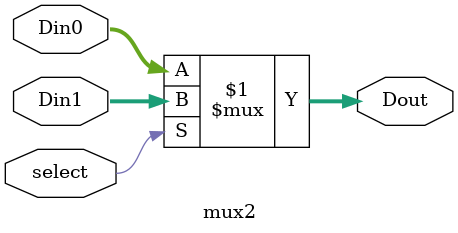
<source format=sv>
module mux2 #(DATA_WIDTH=32)(input logic signed [DATA_WIDTH-1:0] Din0,
									  input logic signed [DATA_WIDTH-1:0] Din1,
									  input select,
									  output logic signed [DATA_WIDTH-1:0] Dout);
				 
assign Dout = (select) ? Din1 : Din0;
endmodule 
</source>
